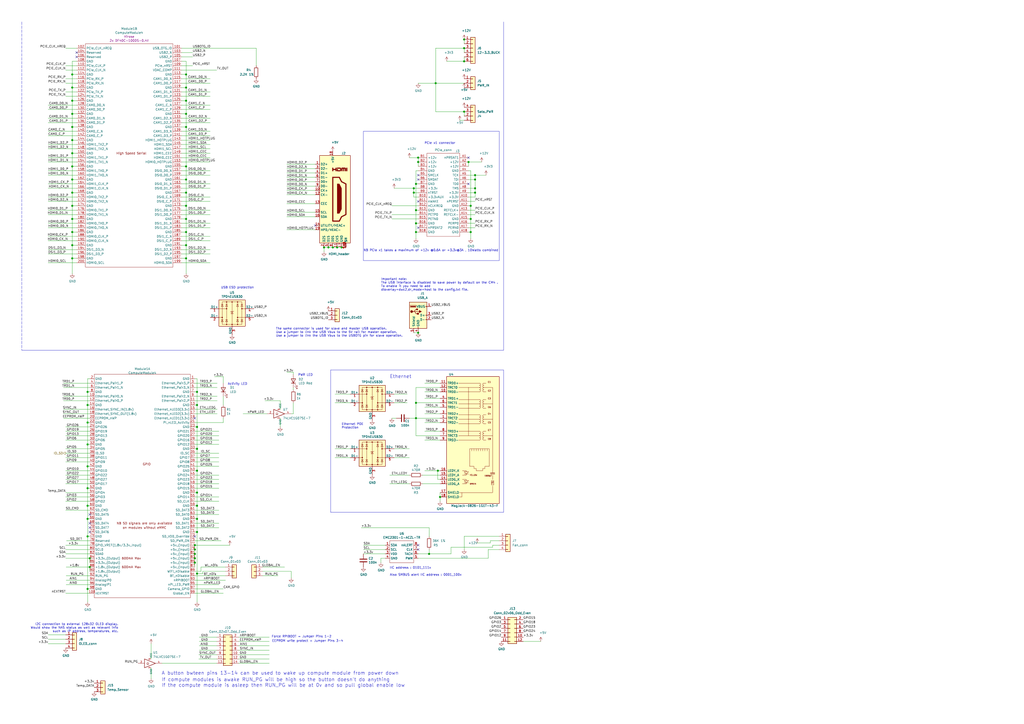
<source format=kicad_sch>
(kicad_sch (version 20201015) (generator eeschema)
  (page 1 1)
  (paper "A2")
  (junction (at 41.91 43.18) (diameter 1.016))
  (junction (at 41.91 50.8) (diameter 1.016))
  (junction (at 41.91 58.42) (diameter 1.016))
  (junction (at 41.91 66.04) (diameter 1.016))
  (junction (at 41.91 73.66) (diameter 1.016))
  (junction (at 41.91 81.28) (diameter 1.016))
  (junction (at 41.91 88.9) (diameter 1.016))
  (junction (at 41.91 96.52) (diameter 1.016))
  (junction (at 41.91 104.14) (diameter 1.016))
  (junction (at 41.91 111.76) (diameter 1.016))
  (junction (at 41.91 119.38) (diameter 1.016))
  (junction (at 41.91 127) (diameter 1.016))
  (junction (at 41.91 134.62) (diameter 1.016))
  (junction (at 41.91 142.24) (diameter 1.016))
  (junction (at 41.91 149.86) (diameter 1.016))
  (junction (at 50.8 227.33) (diameter 1.016))
  (junction (at 50.8 234.95) (diameter 1.016))
  (junction (at 50.8 245.11) (diameter 1.016))
  (junction (at 50.8 257.81) (diameter 1.016))
  (junction (at 50.8 270.51) (diameter 1.016))
  (junction (at 50.8 283.21) (diameter 1.016))
  (junction (at 50.8 293.37) (diameter 1.016))
  (junction (at 50.8 300.99) (diameter 1.016))
  (junction (at 50.8 311.15) (diameter 1.016))
  (junction (at 50.8 341.63) (diameter 1.016))
  (junction (at 52.07 323.85) (diameter 1.016))
  (junction (at 52.07 328.93) (diameter 1.016))
  (junction (at 107.95 43.18) (diameter 1.016))
  (junction (at 107.95 50.8) (diameter 1.016))
  (junction (at 107.95 58.42) (diameter 1.016))
  (junction (at 107.95 66.04) (diameter 1.016))
  (junction (at 107.95 73.66) (diameter 1.016))
  (junction (at 107.95 96.52) (diameter 1.016))
  (junction (at 107.95 104.14) (diameter 1.016))
  (junction (at 107.95 111.76) (diameter 1.016))
  (junction (at 107.95 119.38) (diameter 1.016))
  (junction (at 107.95 127) (diameter 1.016))
  (junction (at 107.95 134.62) (diameter 1.016))
  (junction (at 107.95 142.24) (diameter 1.016))
  (junction (at 107.95 149.86) (diameter 1.016))
  (junction (at 113.03 316.23) (diameter 1.016))
  (junction (at 113.03 318.77) (diameter 1.016))
  (junction (at 113.03 321.31) (diameter 1.016))
  (junction (at 113.03 323.85) (diameter 1.016))
  (junction (at 113.03 326.39) (diameter 1.016))
  (junction (at 114.3 227.33) (diameter 1.016))
  (junction (at 114.3 234.95) (diameter 1.016))
  (junction (at 114.3 247.65) (diameter 1.016))
  (junction (at 114.3 260.35) (diameter 1.016))
  (junction (at 114.3 273.05) (diameter 1.016))
  (junction (at 114.3 285.75) (diameter 1.016))
  (junction (at 114.3 293.37) (diameter 1.016))
  (junction (at 114.3 300.99) (diameter 1.016))
  (junction (at 114.3 308.61) (diameter 1.016))
  (junction (at 114.3 332.74) (diameter 1.016))
  (junction (at 187.96 143.51) (diameter 1.016))
  (junction (at 190.5 143.51) (diameter 1.016))
  (junction (at 193.04 143.51) (diameter 1.016))
  (junction (at 195.58 143.51) (diameter 1.016))
  (junction (at 198.12 143.51) (diameter 1.016))
  (junction (at 240.03 109.22) (diameter 1.016))
  (junction (at 240.03 111.76) (diameter 1.016))
  (junction (at 241.3 106.68) (diameter 1.016))
  (junction (at 241.3 121.92) (diameter 1.016))
  (junction (at 241.3 129.54) (diameter 1.016))
  (junction (at 241.3 134.62) (diameter 1.016))
  (junction (at 241.3 233.68) (diameter 1.016))
  (junction (at 241.3 242.57) (diameter 1.016))
  (junction (at 242.57 91.44) (diameter 1.016))
  (junction (at 242.57 93.98) (diameter 1.016))
  (junction (at 242.57 193.04) (diameter 1.016))
  (junction (at 248.92 321.31) (diameter 1.016))
  (junction (at 252.73 48.26) (diameter 1.016))
  (junction (at 254 273.05) (diameter 1.016))
  (junction (at 255.27 288.29) (diameter 1.016))
  (junction (at 269.24 22.86) (diameter 1.016))
  (junction (at 269.24 27.94) (diameter 1.016))
  (junction (at 269.24 35.56) (diameter 1.016))
  (junction (at 269.24 64.77) (diameter 1.016))
  (junction (at 271.78 93.98) (diameter 1.016))
  (junction (at 273.05 119.38) (diameter 1.016))
  (junction (at 273.05 127) (diameter 1.016))
  (junction (at 273.05 134.62) (diameter 1.016))
  (junction (at 275.59 101.6) (diameter 1.016))
  (junction (at 275.59 104.14) (diameter 1.016))
  (junction (at 275.59 109.22) (diameter 1.016))
  (junction (at 275.59 111.76) (diameter 1.016))
  (no_connect (at 52.07 306.07))
  (no_connect (at 242.57 132.08))
  (no_connect (at 113.03 311.15))
  (no_connect (at 242.57 104.14))
  (no_connect (at 271.78 106.68))
  (no_connect (at 52.07 298.45))
  (no_connect (at 242.57 318.77))
  (no_connect (at 271.78 91.44))
  (no_connect (at 113.03 242.57))
  (no_connect (at 44.45 33.02))
  (no_connect (at 242.57 116.84))
  (no_connect (at 52.07 303.53))
  (no_connect (at 242.57 316.23))
  (no_connect (at 52.07 308.61))
  (no_connect (at 242.57 101.6))
  (no_connect (at 182.88 130.81))
  (no_connect (at 44.45 30.48))
  (wire (pts (xy 27.94 76.2) (xy 44.45 76.2)))
  (wire (pts (xy 27.94 78.74) (xy 44.45 78.74)))
  (wire (pts (xy 27.94 83.82) (xy 44.45 83.82)))
  (wire (pts (xy 27.94 86.36) (xy 44.45 86.36)))
  (wire (pts (xy 27.94 91.44) (xy 44.45 91.44)))
  (wire (pts (xy 27.94 93.98) (xy 44.45 93.98)))
  (wire (pts (xy 27.94 99.06) (xy 44.45 99.06)))
  (wire (pts (xy 27.94 101.6) (xy 44.45 101.6)))
  (wire (pts (xy 27.94 114.3) (xy 44.45 114.3)))
  (wire (pts (xy 27.94 116.84) (xy 44.45 116.84)))
  (wire (pts (xy 27.94 129.54) (xy 44.45 129.54)))
  (wire (pts (xy 27.94 132.08) (xy 44.45 132.08)))
  (wire (pts (xy 27.94 144.78) (xy 44.45 144.78)))
  (wire (pts (xy 27.94 147.32) (xy 44.45 147.32)))
  (wire (pts (xy 27.94 152.4) (xy 44.45 152.4)))
  (wire (pts (xy 27.94 368.3) (xy 38.1 368.3)))
  (wire (pts (xy 27.94 370.84) (xy 38.1 370.84)))
  (wire (pts (xy 27.94 373.38) (xy 38.1 373.38)))
  (wire (pts (xy 36.83 222.25) (xy 52.07 222.25)))
  (wire (pts (xy 36.83 224.79) (xy 52.07 224.79)))
  (wire (pts (xy 36.83 229.87) (xy 52.07 229.87)))
  (wire (pts (xy 36.83 232.41) (xy 52.07 232.41)))
  (wire (pts (xy 36.83 237.49) (xy 52.07 237.49)))
  (wire (pts (xy 36.83 240.03) (xy 52.07 240.03)))
  (wire (pts (xy 36.83 242.57) (xy 52.07 242.57)))
  (wire (pts (xy 38.1 27.94) (xy 44.45 27.94)))
  (wire (pts (xy 38.1 38.1) (xy 44.45 38.1)))
  (wire (pts (xy 38.1 40.64) (xy 44.45 40.64)))
  (wire (pts (xy 38.1 53.34) (xy 44.45 53.34)))
  (wire (pts (xy 38.1 55.88) (xy 44.45 55.88)))
  (wire (pts (xy 38.1 247.65) (xy 52.07 247.65)))
  (wire (pts (xy 38.1 250.19) (xy 52.07 250.19)))
  (wire (pts (xy 38.1 252.73) (xy 52.07 252.73)))
  (wire (pts (xy 38.1 255.27) (xy 52.07 255.27)))
  (wire (pts (xy 38.1 260.35) (xy 52.07 260.35)))
  (wire (pts (xy 38.1 262.89) (xy 52.07 262.89)))
  (wire (pts (xy 38.1 265.43) (xy 52.07 265.43)))
  (wire (pts (xy 38.1 267.97) (xy 52.07 267.97)))
  (wire (pts (xy 38.1 273.05) (xy 52.07 273.05)))
  (wire (pts (xy 38.1 275.59) (xy 52.07 275.59)))
  (wire (pts (xy 38.1 278.13) (xy 52.07 278.13)))
  (wire (pts (xy 38.1 280.67) (xy 52.07 280.67)))
  (wire (pts (xy 38.1 285.75) (xy 52.07 285.75)))
  (wire (pts (xy 38.1 288.29) (xy 52.07 288.29)))
  (wire (pts (xy 38.1 290.83) (xy 52.07 290.83)))
  (wire (pts (xy 38.1 295.91) (xy 52.07 295.91)))
  (wire (pts (xy 38.1 316.23) (xy 52.07 316.23)))
  (wire (pts (xy 38.1 318.77) (xy 52.07 318.77)))
  (wire (pts (xy 38.1 321.31) (xy 52.07 321.31)))
  (wire (pts (xy 38.1 323.85) (xy 52.07 323.85)))
  (wire (pts (xy 38.1 344.17) (xy 52.07 344.17)))
  (wire (pts (xy 38.354 328.93) (xy 52.07 328.93)))
  (wire (pts (xy 38.354 334.01) (xy 52.07 334.01)))
  (wire (pts (xy 38.354 336.55) (xy 52.07 336.55)))
  (wire (pts (xy 38.354 339.09) (xy 52.07 339.09)))
  (wire (pts (xy 38.5572 313.69) (xy 52.07 313.69)))
  (wire (pts (xy 41.91 35.56) (xy 41.91 43.18)))
  (wire (pts (xy 41.91 43.18) (xy 41.91 50.8)))
  (wire (pts (xy 41.91 43.18) (xy 44.45 43.18)))
  (wire (pts (xy 41.91 50.8) (xy 41.91 58.42)))
  (wire (pts (xy 41.91 50.8) (xy 44.45 50.8)))
  (wire (pts (xy 41.91 58.42) (xy 41.91 66.04)))
  (wire (pts (xy 41.91 58.42) (xy 44.45 58.42)))
  (wire (pts (xy 41.91 66.04) (xy 41.91 73.66)))
  (wire (pts (xy 41.91 66.04) (xy 44.45 66.04)))
  (wire (pts (xy 41.91 73.66) (xy 41.91 81.28)))
  (wire (pts (xy 41.91 73.66) (xy 44.45 73.66)))
  (wire (pts (xy 41.91 81.28) (xy 41.91 88.9)))
  (wire (pts (xy 41.91 81.28) (xy 44.45 81.28)))
  (wire (pts (xy 41.91 88.9) (xy 41.91 96.52)))
  (wire (pts (xy 41.91 88.9) (xy 44.45 88.9)))
  (wire (pts (xy 41.91 96.52) (xy 41.91 104.14)))
  (wire (pts (xy 41.91 96.52) (xy 44.45 96.52)))
  (wire (pts (xy 41.91 104.14) (xy 41.91 111.76)))
  (wire (pts (xy 41.91 104.14) (xy 44.45 104.14)))
  (wire (pts (xy 41.91 111.76) (xy 41.91 119.38)))
  (wire (pts (xy 41.91 111.76) (xy 44.45 111.76)))
  (wire (pts (xy 41.91 119.38) (xy 41.91 127)))
  (wire (pts (xy 41.91 119.38) (xy 44.45 119.38)))
  (wire (pts (xy 41.91 127) (xy 41.91 134.62)))
  (wire (pts (xy 41.91 127) (xy 44.45 127)))
  (wire (pts (xy 41.91 134.62) (xy 41.91 142.24)))
  (wire (pts (xy 41.91 134.62) (xy 44.45 134.62)))
  (wire (pts (xy 41.91 142.24) (xy 41.91 149.86)))
  (wire (pts (xy 41.91 149.86) (xy 41.91 158.75)))
  (wire (pts (xy 44.45 35.56) (xy 41.91 35.56)))
  (wire (pts (xy 44.45 45.72) (xy 38.1 45.72)))
  (wire (pts (xy 44.45 48.26) (xy 38.1 48.26)))
  (wire (pts (xy 44.45 60.96) (xy 27.94 60.96)))
  (wire (pts (xy 44.45 63.5) (xy 27.94 63.5)))
  (wire (pts (xy 44.45 68.58) (xy 27.94 68.58)))
  (wire (pts (xy 44.45 71.12) (xy 27.94 71.12)))
  (wire (pts (xy 44.45 106.68) (xy 27.94 106.68)))
  (wire (pts (xy 44.45 109.22) (xy 27.94 109.22)))
  (wire (pts (xy 44.45 121.92) (xy 27.94 121.92)))
  (wire (pts (xy 44.45 124.46) (xy 27.94 124.46)))
  (wire (pts (xy 44.45 137.16) (xy 27.94 137.16)))
  (wire (pts (xy 44.45 139.7) (xy 27.94 139.7)))
  (wire (pts (xy 44.45 142.24) (xy 41.91 142.24)))
  (wire (pts (xy 44.45 149.86) (xy 41.91 149.86)))
  (wire (pts (xy 50.8 219.71) (xy 50.8 227.33)))
  (wire (pts (xy 50.8 227.33) (xy 50.8 234.95)))
  (wire (pts (xy 50.8 234.95) (xy 50.8 245.11)))
  (wire (pts (xy 50.8 245.11) (xy 50.8 257.81)))
  (wire (pts (xy 50.8 245.11) (xy 52.07 245.11)))
  (wire (pts (xy 50.8 257.81) (xy 50.8 270.51)))
  (wire (pts (xy 50.8 257.81) (xy 52.07 257.81)))
  (wire (pts (xy 50.8 270.51) (xy 50.8 283.21)))
  (wire (pts (xy 50.8 270.51) (xy 52.07 270.51)))
  (wire (pts (xy 50.8 283.21) (xy 50.8 293.37)))
  (wire (pts (xy 50.8 283.21) (xy 52.07 283.21)))
  (wire (pts (xy 50.8 293.37) (xy 50.8 300.99)))
  (wire (pts (xy 50.8 293.37) (xy 52.07 293.37)))
  (wire (pts (xy 50.8 300.99) (xy 50.8 311.15)))
  (wire (pts (xy 50.8 300.99) (xy 52.07 300.99)))
  (wire (pts (xy 50.8 311.15) (xy 50.8 341.63)))
  (wire (pts (xy 50.8 311.15) (xy 52.07 311.15)))
  (wire (pts (xy 50.8 341.63) (xy 50.8 349.25)))
  (wire (pts (xy 52.07 219.71) (xy 50.8 219.71)))
  (wire (pts (xy 52.07 227.33) (xy 50.8 227.33)))
  (wire (pts (xy 52.07 234.95) (xy 50.8 234.95)))
  (wire (pts (xy 52.07 326.39) (xy 52.07 323.85)))
  (wire (pts (xy 52.07 328.93) (xy 52.324 328.93)))
  (wire (pts (xy 52.07 331.47) (xy 52.07 328.93)))
  (wire (pts (xy 52.07 341.63) (xy 50.8 341.63)))
  (wire (pts (xy 87.63 373.38) (xy 87.63 382.27)))
  (wire (pts (xy 87.63 387.35) (xy 87.63 393.7)))
  (wire (pts (xy 93.98 384.81) (xy 125.73 384.81)))
  (wire (pts (xy 105.41 27.94) (xy 148.59 27.94)))
  (wire (pts (xy 105.41 30.48) (xy 111.76 30.48)))
  (wire (pts (xy 105.41 33.02) (xy 111.76 33.02)))
  (wire (pts (xy 105.41 38.1) (xy 111.76 38.1)))
  (wire (pts (xy 105.41 40.64) (xy 125.73 40.64)))
  (wire (pts (xy 105.41 43.18) (xy 107.95 43.18)))
  (wire (pts (xy 105.41 50.8) (xy 107.95 50.8)))
  (wire (pts (xy 105.41 58.42) (xy 107.95 58.42)))
  (wire (pts (xy 105.41 60.96) (xy 121.92 60.96)))
  (wire (pts (xy 105.41 63.5) (xy 121.92 63.5)))
  (wire (pts (xy 105.41 66.04) (xy 107.95 66.04)))
  (wire (pts (xy 105.41 68.58) (xy 121.92 68.58)))
  (wire (pts (xy 105.41 71.12) (xy 121.92 71.12)))
  (wire (pts (xy 105.41 73.66) (xy 107.95 73.66)))
  (wire (pts (xy 105.41 81.28) (xy 121.92 81.28)))
  (wire (pts (xy 105.41 83.82) (xy 121.92 83.82)))
  (wire (pts (xy 105.41 86.36) (xy 121.92 86.36)))
  (wire (pts (xy 105.41 88.9) (xy 121.92 88.9)))
  (wire (pts (xy 105.41 91.44) (xy 121.92 91.44)))
  (wire (pts (xy 105.41 93.98) (xy 121.92 93.98)))
  (wire (pts (xy 105.41 96.52) (xy 107.95 96.52)))
  (wire (pts (xy 105.41 104.14) (xy 107.95 104.14)))
  (wire (pts (xy 105.41 106.68) (xy 121.92 106.68)))
  (wire (pts (xy 105.41 109.22) (xy 121.92 109.22)))
  (wire (pts (xy 105.41 111.76) (xy 107.95 111.76)))
  (wire (pts (xy 105.41 114.3) (xy 121.92 114.3)))
  (wire (pts (xy 105.41 116.84) (xy 121.92 116.84)))
  (wire (pts (xy 105.41 119.38) (xy 107.95 119.38)))
  (wire (pts (xy 105.41 127) (xy 107.95 127)))
  (wire (pts (xy 105.41 134.62) (xy 107.95 134.62)))
  (wire (pts (xy 105.41 137.16) (xy 121.92 137.16)))
  (wire (pts (xy 105.41 139.7) (xy 121.92 139.7)))
  (wire (pts (xy 105.41 142.24) (xy 107.95 142.24)))
  (wire (pts (xy 105.41 144.78) (xy 121.92 144.78)))
  (wire (pts (xy 105.41 147.32) (xy 121.92 147.32)))
  (wire (pts (xy 105.41 149.86) (xy 107.95 149.86)))
  (wire (pts (xy 105.41 152.4) (xy 121.92 152.4)))
  (wire (pts (xy 107.95 35.56) (xy 105.41 35.56)))
  (wire (pts (xy 107.95 43.18) (xy 107.95 35.56)))
  (wire (pts (xy 107.95 50.8) (xy 107.95 43.18)))
  (wire (pts (xy 107.95 58.42) (xy 107.95 50.8)))
  (wire (pts (xy 107.95 66.04) (xy 107.95 58.42)))
  (wire (pts (xy 107.95 73.66) (xy 107.95 66.04)))
  (wire (pts (xy 107.95 73.66) (xy 107.95 96.52)))
  (wire (pts (xy 107.95 96.52) (xy 107.95 104.14)))
  (wire (pts (xy 107.95 104.14) (xy 107.95 111.76)))
  (wire (pts (xy 107.95 111.76) (xy 107.95 119.38)))
  (wire (pts (xy 107.95 119.38) (xy 107.95 127)))
  (wire (pts (xy 107.95 127) (xy 107.95 134.62)))
  (wire (pts (xy 107.95 134.62) (xy 107.95 142.24)))
  (wire (pts (xy 107.95 142.24) (xy 107.95 149.86)))
  (wire (pts (xy 107.95 149.86) (xy 107.95 158.75)))
  (wire (pts (xy 113.03 219.71) (xy 114.3 219.71)))
  (wire (pts (xy 113.03 222.25) (xy 125.984 222.25)))
  (wire (pts (xy 113.03 224.79) (xy 125.984 224.79)))
  (wire (pts (xy 113.03 227.33) (xy 114.3 227.33)))
  (wire (pts (xy 113.03 229.87) (xy 125.984 229.87)))
  (wire (pts (xy 113.03 232.41) (xy 125.984 232.41)))
  (wire (pts (xy 113.03 234.95) (xy 114.3 234.95)))
  (wire (pts (xy 113.03 237.49) (xy 125.984 237.49)))
  (wire (pts (xy 113.03 240.03) (xy 125.984 240.03)))
  (wire (pts (xy 113.03 245.11) (xy 129.54 245.11)))
  (wire (pts (xy 113.03 247.65) (xy 114.3 247.65)))
  (wire (pts (xy 113.03 250.19) (xy 127 250.19)))
  (wire (pts (xy 113.03 252.73) (xy 127 252.73)))
  (wire (pts (xy 113.03 255.27) (xy 127 255.27)))
  (wire (pts (xy 113.03 257.81) (xy 127 257.81)))
  (wire (pts (xy 113.03 260.35) (xy 114.3 260.35)))
  (wire (pts (xy 113.03 262.89) (xy 127 262.89)))
  (wire (pts (xy 113.03 265.43) (xy 127 265.43)))
  (wire (pts (xy 113.03 267.97) (xy 127 267.97)))
  (wire (pts (xy 113.03 270.51) (xy 127 270.51)))
  (wire (pts (xy 113.03 273.05) (xy 114.3 273.05)))
  (wire (pts (xy 113.03 275.59) (xy 127 275.59)))
  (wire (pts (xy 113.03 278.13) (xy 127 278.13)))
  (wire (pts (xy 113.03 280.67) (xy 127 280.67)))
  (wire (pts (xy 113.03 283.21) (xy 127 283.21)))
  (wire (pts (xy 113.03 285.75) (xy 114.3 285.75)))
  (wire (pts (xy 113.03 288.29) (xy 127 288.29)))
  (wire (pts (xy 113.03 293.37) (xy 114.3 293.37)))
  (wire (pts (xy 113.03 298.45) (xy 127 298.45)))
  (wire (pts (xy 113.03 300.99) (xy 114.3 300.99)))
  (wire (pts (xy 113.03 306.07) (xy 127 306.07)))
  (wire (pts (xy 113.03 308.61) (xy 114.3 308.61)))
  (wire (pts (xy 113.03 313.69) (xy 128.27 313.69)))
  (wire (pts (xy 113.03 316.23) (xy 113.03 318.77)))
  (wire (pts (xy 113.03 316.23) (xy 133.35 316.23)))
  (wire (pts (xy 113.03 318.77) (xy 113.03 321.31)))
  (wire (pts (xy 113.03 321.31) (xy 113.03 323.85)))
  (wire (pts (xy 113.03 323.85) (xy 113.03 326.39)))
  (wire (pts (xy 113.03 326.39) (xy 113.03 328.93)))
  (wire (pts (xy 113.03 331.47) (xy 116.586 331.47)))
  (wire (pts (xy 113.03 334.01) (xy 130.81 334.01)))
  (wire (pts (xy 113.03 336.55) (xy 130.81 336.55)))
  (wire (pts (xy 113.03 339.09) (xy 127 339.09)))
  (wire (pts (xy 113.03 341.63) (xy 129.54 341.63)))
  (wire (pts (xy 113.03 344.17) (xy 129.54 344.17)))
  (wire (pts (xy 114.3 219.71) (xy 114.3 227.33)))
  (wire (pts (xy 114.3 227.33) (xy 114.3 234.95)))
  (wire (pts (xy 114.3 234.95) (xy 114.3 247.65)))
  (wire (pts (xy 114.3 247.65) (xy 114.3 260.35)))
  (wire (pts (xy 114.3 260.35) (xy 114.3 273.05)))
  (wire (pts (xy 114.3 273.05) (xy 114.3 285.75)))
  (wire (pts (xy 114.3 285.75) (xy 114.3 293.37)))
  (wire (pts (xy 114.3 293.37) (xy 114.3 300.99)))
  (wire (pts (xy 114.3 300.99) (xy 114.3 308.61)))
  (wire (pts (xy 114.3 308.61) (xy 114.3 332.74)))
  (wire (pts (xy 114.3 332.74) (xy 114.3 349.25)))
  (wire (pts (xy 114.3 332.74) (xy 117.6782 332.74)))
  (wire (pts (xy 115.316 379.73) (xy 125.73 379.73)))
  (wire (pts (xy 115.316 382.27) (xy 125.73 382.27)))
  (wire (pts (xy 115.57 369.57) (xy 125.73 369.57)))
  (wire (pts (xy 115.57 372.11) (xy 125.73 372.11)))
  (wire (pts (xy 115.57 374.65) (xy 125.73 374.65)))
  (wire (pts (xy 115.57 377.19) (xy 125.73 377.19)))
  (wire (pts (xy 116.586 328.93) (xy 130.81 328.93)))
  (wire (pts (xy 116.586 331.47) (xy 116.586 328.93)))
  (wire (pts (xy 117.6782 331.47) (xy 130.81 331.47)))
  (wire (pts (xy 117.6782 332.74) (xy 117.6782 331.47)))
  (wire (pts (xy 121.92 45.72) (xy 105.41 45.72)))
  (wire (pts (xy 121.92 48.26) (xy 105.41 48.26)))
  (wire (pts (xy 121.92 53.34) (xy 105.41 53.34)))
  (wire (pts (xy 121.92 55.88) (xy 105.41 55.88)))
  (wire (pts (xy 121.92 76.2) (xy 105.41 76.2)))
  (wire (pts (xy 121.92 78.74) (xy 105.41 78.74)))
  (wire (pts (xy 121.92 99.06) (xy 105.41 99.06)))
  (wire (pts (xy 121.92 101.6) (xy 105.41 101.6)))
  (wire (pts (xy 121.92 121.92) (xy 105.41 121.92)))
  (wire (pts (xy 121.92 124.46) (xy 105.41 124.46)))
  (wire (pts (xy 121.92 129.54) (xy 105.41 129.54)))
  (wire (pts (xy 121.92 132.08) (xy 105.41 132.08)))
  (wire (pts (xy 124.46 218.44) (xy 129.54 218.44)))
  (wire (pts (xy 127 290.83) (xy 113.03 290.83)))
  (wire (pts (xy 127 295.91) (xy 113.03 295.91)))
  (wire (pts (xy 127 303.53) (xy 113.03 303.53)))
  (wire (pts (xy 129.54 222.25) (xy 129.54 218.44)))
  (wire (pts (xy 129.54 229.87) (xy 129.54 234.95)))
  (wire (pts (xy 129.54 245.11) (xy 129.54 242.57)))
  (wire (pts (xy 138.43 369.57) (xy 156.21 369.57)))
  (wire (pts (xy 138.43 372.11) (xy 156.21 372.11)))
  (wire (pts (xy 138.43 374.65) (xy 156.21 374.65)))
  (wire (pts (xy 138.43 377.19) (xy 156.21 377.19)))
  (wire (pts (xy 138.43 379.73) (xy 156.21 379.73)))
  (wire (pts (xy 138.43 382.27) (xy 156.21 382.27)))
  (wire (pts (xy 138.43 384.81) (xy 156.21 384.81)))
  (wire (pts (xy 140.97 240.03) (xy 154.94 240.03)))
  (wire (pts (xy 148.59 27.94) (xy 148.59 38.1)))
  (wire (pts (xy 152.4 328.93) (xy 165.1 328.93)))
  (wire (pts (xy 152.4 331.47) (xy 168.91 331.47)))
  (wire (pts (xy 152.4 334.01) (xy 161.29 334.01)))
  (wire (pts (xy 162.56 232.41) (xy 153.67 232.41)))
  (wire (pts (xy 162.56 237.49) (xy 162.56 232.41)))
  (wire (pts (xy 162.56 242.57) (xy 162.56 247.65)))
  (wire (pts (xy 166.37 95.25) (xy 182.88 95.25)))
  (wire (pts (xy 166.37 97.79) (xy 182.88 97.79)))
  (wire (pts (xy 166.37 100.33) (xy 182.88 100.33)))
  (wire (pts (xy 166.37 102.87) (xy 182.88 102.87)))
  (wire (pts (xy 166.37 105.41) (xy 182.88 105.41)))
  (wire (pts (xy 166.37 107.95) (xy 182.88 107.95)))
  (wire (pts (xy 166.37 110.49) (xy 182.88 110.49)))
  (wire (pts (xy 166.37 113.03) (xy 182.88 113.03)))
  (wire (pts (xy 166.37 118.11) (xy 182.88 118.11)))
  (wire (pts (xy 166.37 123.19) (xy 182.88 123.19)))
  (wire (pts (xy 166.37 125.73) (xy 182.88 125.73)))
  (wire (pts (xy 166.37 133.35) (xy 182.88 133.35)))
  (wire (pts (xy 168.91 331.47) (xy 168.91 335.28)))
  (wire (pts (xy 170.18 215.9) (xy 166.37 215.9)))
  (wire (pts (xy 170.18 217.17) (xy 170.18 215.9)))
  (wire (pts (xy 170.18 224.79) (xy 170.18 226.06)))
  (wire (pts (xy 170.18 233.68) (xy 170.18 240.03)))
  (wire (pts (xy 170.18 240.03) (xy 168.91 240.03)))
  (wire (pts (xy 187.96 143.51) (xy 187.96 146.05)))
  (wire (pts (xy 187.96 143.51) (xy 190.5 143.51)))
  (wire (pts (xy 190.5 143.51) (xy 193.04 143.51)))
  (wire (pts (xy 193.04 143.51) (xy 195.58 143.51)))
  (wire (pts (xy 194.31 228.6) (xy 203.2 228.6)))
  (wire (pts (xy 194.31 233.68) (xy 203.2 233.68)))
  (wire (pts (xy 194.31 260.35) (xy 203.2 260.35)))
  (wire (pts (xy 195.58 143.51) (xy 198.12 143.51)))
  (wire (pts (xy 198.12 143.51) (xy 200.66 143.51)))
  (wire (pts (xy 203.2 265.43) (xy 194.31 265.43)))
  (wire (pts (xy 209.55 306.07) (xy 248.92 306.07)))
  (wire (pts (xy 210.82 316.23) (xy 223.52 316.23)))
  (wire (pts (xy 210.82 318.77) (xy 223.52 318.77)))
  (wire (pts (xy 220.98 323.85) (xy 220.98 326.39)))
  (wire (pts (xy 223.52 321.31) (xy 210.82 321.31)))
  (wire (pts (xy 223.52 323.85) (xy 220.98 323.85)))
  (wire (pts (xy 226.06 275.59) (xy 237.49 275.59)))
  (wire (pts (xy 226.06 280.67) (xy 237.49 280.67)))
  (wire (pts (xy 227.33 242.57) (xy 229.87 242.57)))
  (wire (pts (xy 228.6 109.22) (xy 240.03 109.22)))
  (wire (pts (xy 228.6 228.6) (xy 236.22 228.6)))
  (wire (pts (xy 228.6 233.68) (xy 236.22 233.68)))
  (wire (pts (xy 228.6 260.35) (xy 237.49 260.35)))
  (wire (pts (xy 228.6 265.43) (xy 237.49 265.43)))
  (wire (pts (xy 237.49 91.44) (xy 242.57 91.44)))
  (wire (pts (xy 237.49 242.57) (xy 241.3 242.57)))
  (wire (pts (xy 240.03 109.22) (xy 240.03 111.76)))
  (wire (pts (xy 240.03 109.22) (xy 242.57 109.22)))
  (wire (pts (xy 240.03 111.76) (xy 240.03 114.3)))
  (wire (pts (xy 240.03 111.76) (xy 242.57 111.76)))
  (wire (pts (xy 240.03 114.3) (xy 242.57 114.3)))
  (wire (pts (xy 240.03 193.04) (xy 242.57 193.04)))
  (wire (pts (xy 241.3 99.06) (xy 241.3 106.68)))
  (wire (pts (xy 241.3 106.68) (xy 241.3 121.92)))
  (wire (pts (xy 241.3 121.92) (xy 241.3 129.54)))
  (wire (pts (xy 241.3 129.54) (xy 241.3 134.62)))
  (wire (pts (xy 241.3 134.62) (xy 241.3 138.43)))
  (wire (pts (xy 241.3 134.62) (xy 242.57 134.62)))
  (wire (pts (xy 241.3 224.79) (xy 241.3 233.68)))
  (wire (pts (xy 241.3 233.68) (xy 241.3 242.57)))
  (wire (pts (xy 241.3 233.68) (xy 255.27 233.68)))
  (wire (pts (xy 241.3 242.57) (xy 241.3 252.73)))
  (wire (pts (xy 241.3 242.57) (xy 255.27 242.57)))
  (wire (pts (xy 242.57 48.26) (xy 252.73 48.26)))
  (wire (pts (xy 242.57 93.98) (xy 242.57 91.44)))
  (wire (pts (xy 242.57 96.52) (xy 242.57 93.98)))
  (wire (pts (xy 242.57 99.06) (xy 241.3 99.06)))
  (wire (pts (xy 242.57 106.68) (xy 241.3 106.68)))
  (wire (pts (xy 242.57 119.38) (xy 227.33 119.38)))
  (wire (pts (xy 242.57 121.92) (xy 241.3 121.92)))
  (wire (pts (xy 242.57 124.46) (xy 227.33 124.46)))
  (wire (pts (xy 242.57 127) (xy 227.33 127)))
  (wire (pts (xy 242.57 129.54) (xy 241.3 129.54)))
  (wire (pts (xy 242.57 321.31) (xy 248.92 321.31)))
  (wire (pts (xy 242.57 323.85) (xy 283.21 323.85)))
  (wire (pts (xy 245.11 275.59) (xy 255.27 275.59)))
  (wire (pts (xy 245.11 280.67) (xy 255.27 280.67)))
  (wire (pts (xy 246.38 222.25) (xy 255.27 222.25)))
  (wire (pts (xy 246.38 227.33) (xy 255.27 227.33)))
  (wire (pts (xy 246.38 231.14) (xy 255.27 231.14)))
  (wire (pts (xy 246.38 236.22) (xy 255.27 236.22)))
  (wire (pts (xy 246.38 240.03) (xy 255.27 240.03)))
  (wire (pts (xy 246.38 245.11) (xy 255.27 245.11)))
  (wire (pts (xy 246.38 250.19) (xy 255.27 250.19)))
  (wire (pts (xy 246.38 255.27) (xy 255.27 255.27)))
  (wire (pts (xy 246.38 273.05) (xy 254 273.05)))
  (wire (pts (xy 248.92 306.07) (xy 248.92 311.15)))
  (wire (pts (xy 248.92 321.31) (xy 248.92 318.77)))
  (wire (pts (xy 248.92 321.31) (xy 261.62 321.31)))
  (wire (pts (xy 252.73 27.94) (xy 252.73 48.26)))
  (wire (pts (xy 252.73 27.94) (xy 269.24 27.94)))
  (wire (pts (xy 252.73 48.26) (xy 252.73 64.77)))
  (wire (pts (xy 252.73 48.26) (xy 269.24 48.26)))
  (wire (pts (xy 252.73 64.77) (xy 269.24 64.77)))
  (wire (pts (xy 254 273.05) (xy 255.27 273.05)))
  (wire (pts (xy 254 278.13) (xy 254 273.05)))
  (wire (pts (xy 255.27 224.79) (xy 241.3 224.79)))
  (wire (pts (xy 255.27 252.73) (xy 241.3 252.73)))
  (wire (pts (xy 255.27 278.13) (xy 254 278.13)))
  (wire (pts (xy 255.27 285.75) (xy 255.27 288.29)))
  (wire (pts (xy 255.27 288.29) (xy 255.27 290.83)))
  (wire (pts (xy 259.08 35.56) (xy 269.24 35.56)))
  (wire (pts (xy 261.62 317.5) (xy 285.75 317.5)))
  (wire (pts (xy 261.62 321.31) (xy 261.62 317.5)))
  (wire (pts (xy 266.7 69.85) (xy 269.24 69.85)))
  (wire (pts (xy 269.24 22.86) (xy 269.24 25.4)))
  (wire (pts (xy 269.24 27.94) (xy 269.24 30.48)))
  (wire (pts (xy 269.24 33.02) (xy 269.24 35.56)))
  (wire (pts (xy 269.24 64.77) (xy 269.24 67.31)))
  (wire (pts (xy 269.24 311.15) (xy 269.24 318.77)))
  (wire (pts (xy 271.78 93.98) (xy 279.4 93.98)))
  (wire (pts (xy 271.78 96.52) (xy 271.78 93.98)))
  (wire (pts (xy 271.78 99.06) (xy 273.05 99.06)))
  (wire (pts (xy 271.78 101.6) (xy 275.59 101.6)))
  (wire (pts (xy 271.78 104.14) (xy 275.59 104.14)))
  (wire (pts (xy 271.78 109.22) (xy 275.59 109.22)))
  (wire (pts (xy 271.78 111.76) (xy 275.59 111.76)))
  (wire (pts (xy 271.78 114.3) (xy 275.59 114.3)))
  (wire (pts (xy 271.78 116.84) (xy 275.59 116.84)))
  (wire (pts (xy 271.78 119.38) (xy 273.05 119.38)))
  (wire (pts (xy 271.78 121.92) (xy 275.59 121.92)))
  (wire (pts (xy 271.78 124.46) (xy 275.59 124.46)))
  (wire (pts (xy 271.78 127) (xy 273.05 127)))
  (wire (pts (xy 271.78 129.54) (xy 275.59 129.54)))
  (wire (pts (xy 271.78 132.08) (xy 275.59 132.08)))
  (wire (pts (xy 273.05 99.06) (xy 273.05 119.38)))
  (wire (pts (xy 273.05 119.38) (xy 273.05 127)))
  (wire (pts (xy 273.05 127) (xy 273.05 134.62)))
  (wire (pts (xy 273.05 134.62) (xy 271.78 134.62)))
  (wire (pts (xy 273.05 134.62) (xy 273.05 138.43)))
  (wire (pts (xy 275.59 101.6) (xy 275.59 104.14)))
  (wire (pts (xy 275.59 101.6) (xy 281.94 101.6)))
  (wire (pts (xy 275.59 104.14) (xy 275.59 109.22)))
  (wire (pts (xy 275.59 109.22) (xy 275.59 111.76)))
  (wire (pts (xy 275.59 114.3) (xy 275.59 111.76)))
  (wire (pts (xy 283.21 318.77) (xy 283.21 323.85)))
  (wire (pts (xy 283.21 318.77) (xy 289.56 318.77)))
  (wire (pts (xy 284.48 313.69) (xy 284.48 314.96)))
  (wire (pts (xy 284.48 314.96) (xy 276.86 314.96)))
  (wire (pts (xy 285.75 316.23) (xy 289.56 316.23)))
  (wire (pts (xy 285.75 317.5) (xy 285.75 316.23)))
  (wire (pts (xy 289.56 311.15) (xy 269.24 311.15)))
  (wire (pts (xy 289.56 313.69) (xy 284.48 313.69)))
  (wire (pts (xy 303.53 372.11) (xy 313.69 372.11)))
  (polyline (pts (xy 12.7 12.7) (xy 12.7 203.2)) (stroke (width 0) (type dash)))
  (polyline (pts (xy 191.77 214.63) (xy 292.1 214.63)) (stroke (width 0) (type solid)))
  (polyline (pts (xy 191.77 297.18) (xy 191.77 214.63)) (stroke (width 0) (type solid)))
  (polyline (pts (xy 210.82 76.2) (xy 289.56 76.2)) (stroke (width 0) (type solid)))
  (polyline (pts (xy 210.82 151.13) (xy 210.82 76.2)) (stroke (width 0) (type solid)))
  (polyline (pts (xy 289.56 76.2) (xy 289.56 151.13)) (stroke (width 0) (type solid)))
  (polyline (pts (xy 289.56 151.13) (xy 210.82 151.13)) (stroke (width 0) (type solid)))
  (polyline (pts (xy 292.1 12.7) (xy 292.1 203.2)) (stroke (width 0.152) (type solid)))
  (polyline (pts (xy 292.1 203.2) (xy 12.7 203.2)) (stroke (width 0.152) (type solid)))
  (polyline (pts (xy 292.1 214.63) (xy 292.1 297.18)) (stroke (width 0) (type solid)))
  (polyline (pts (xy 292.1 297.18) (xy 191.77 297.18)) (stroke (width 0) (type solid)))
  (text "I2C connection to external 128x32 OLED display.\nWould show the NAS status as well as relevant info\nsuch as IP address, temperatures, etc." (at 68.58 367.03 0) (effects (font (size 1.27 1.27)) (justify right bottom)))
  (text "A button bwteen pins 13-14 can be used to wake up compute module from power down\n\n" (at 93.726 394.97 0) (effects (font (size 2.007 2.007)) (justify left bottom)))
  (text "If compute modules is awake RUN_PG will be high so the button doesn't do anything\nIf the compute module is asleep then RUN_PG will be at 0v and so pull global enable low" (at 93.726 398.78 0) (effects (font (size 2.007 2.007)) (justify left bottom)))
  (text "Activity LED" (at 132.08 223.52 0) (effects (font (size 1.27 1.27)) (justify left bottom)))
  (text "USB ESD protection" (at 147.32 167.64 180) (effects (font (size 1.27 1.27)) (justify right bottom)))
  (text "The same connector is used for slave and master USB operation.\nUse a jumper to link the USB Vbus to the 5V rail for master operation.\nUse a jumper to link the USB Vbus to the USBOTG pin for slave operation." (at 160.02 195.58 0) (effects (font (size 1.27 1.27)) (justify left bottom)))
  (text "PWR LED" (at 172.847 218.313 0) (effects (font (size 1.27 1.27)) (justify left bottom)))
  (text "Force RPIBOOT = Jumper Pins 1-2 \n" (at 193.294 370.078 180) (effects (font (size 1.27 1.27)) (justify right bottom)))
  (text "Ethernet POE\nProtection" (at 198.12 248.92 0) (effects (font (size 1.27 1.27)) (justify left bottom)))
  (text "EEPROM write protect = Jumper Pins 3-4\n\n" (at 199.136 374.65 180) (effects (font (size 1.27 1.27)) (justify right bottom)))
  (text "NB PCIe x1 takes a maximum of +12v @0.6A or +3.3v@3A , 10Watts combined" (at 210.82 146.05 0) (effects (font (size 1.27 1.27)) (justify left bottom)))
  (text "Important note:\nThe USB interface is disabled to save power by default on the CM4 .\nTo enable it you need to add\ndtoverlay=dwc2,dr_mode=host to the config.txt file." (at 220.98 168.91 0) (effects (font (size 1.27 1.27)) (justify left bottom)))
  (text "Ethernet" (at 226.06 219.71 0) (effects (font (size 2.0066 2.0066)) (justify left bottom)))
  (text "IIC address : 0101_111x" (at 226.06 330.2 0) (effects (font (size 1.27 1.27)) (justify left bottom)))
  (text "Also SMBUS alert IIC address : 0001_100x" (at 226.0854 334.2894 0) (effects (font (size 1.27 1.27)) (justify left bottom)))
  (text "PCIe x1 connector" (at 264.16 83.82 180) (effects (font (size 1.27 1.27)) (justify right bottom)))
  (label "CAM0_C_N" (at 27.94 76.2 0))
  (label "CAM0_C_P" (at 27.94 78.74 0))
  (label "HDMI1_D2_P" (at 27.94 83.82 0))
  (label "HDMI1_D2_N" (at 27.94 86.36 0))
  (label "HDMI1_D1_P" (at 27.94 91.44 0))
  (label "HDMI1_D1_N" (at 27.94 93.98 0))
  (label "HDMI1_D0_P" (at 27.94 99.06 0))
  (label "HDMI1_D0_N" (at 27.94 101.6 0))
  (label "HDMI0_D2_P" (at 27.94 114.3 0))
  (label "HDMI0_D2_N" (at 27.94 116.84 0))
  (label "HDMI0_D0_P" (at 27.94 129.54 0))
  (label "HDMI0_D0_N" (at 27.94 132.08 0))
  (label "DSI1_D3_N" (at 27.94 144.78 0))
  (label "DSI1_D3_P" (at 27.94 147.32 0))
  (label "HDMI0_SCL" (at 27.94 152.4 0))
  (label "SDA" (at 27.94 368.3 180))
  (label "SCL" (at 27.94 370.84 180))
  (label "+3.3v" (at 27.94 373.38 180))
  (label "PCIE_CLK_nREQ" (at 38.1 27.94 180))
  (label "PCIE_CLK_P" (at 38.1 38.1 180))
  (label "PCIE_CLK_N" (at 38.1 40.64 180))
  (label "PCIE_RX_P" (at 38.1 45.72 180))
  (label "PCIE_RX_N" (at 38.1 48.26 180))
  (label "PCIE_TX_P" (at 38.1 53.34 180))
  (label "PCIE_TX_N" (at 38.1 55.88 180))
  (label "Temp_DATA" (at 38.1 285.75 180))
  (label "SCL" (at 38.1 318.77 180))
  (label "SDA" (at 38.1 321.31 180))
  (label "+3.3v" (at 38.1 323.85 180))
  (label "nEXTRST" (at 38.1 344.17 180))
  (label "CAM0_D0_N" (at 39.37 60.96 180))
  (label "CAM0_D0_P" (at 39.37 63.5 180))
  (label "CAM0_D1_N" (at 39.37 68.58 180))
  (label "CAM0_D1_P" (at 39.37 71.12 180))
  (label "HDMI0_D1_P" (at 39.37 121.92 180))
  (label "HDMI0_D1_N" (at 39.37 124.46 180))
  (label "HDMI0_CK_P" (at 39.37 137.16 180))
  (label "HDMI0_CK_N" (at 39.37 139.7 180))
  (label "+3.3v" (at 39.624 316.23 0))
  (label "HDMI1_CK_P" (at 40.005 106.68 180))
  (label "HDMI1_CK_N" (at 40.005 109.22 180))
  (label "TRD1_P" (at 43.18 222.25 180))
  (label "TRD1_N" (at 43.18 224.79 180))
  (label "TRD0_N" (at 43.18 229.87 180))
  (label "TRD0_P" (at 43.18 232.41 180))
  (label "SYNC_IN" (at 44.45 237.49 180))
  (label "GPIO6" (at 44.45 255.27 180))
  (label "GPIO5" (at 44.45 260.35 180))
  (label "ID_SD" (at 44.45 262.89 180))
  (label "GPIO9" (at 44.45 267.97 180))
  (label "GPIO3" (at 44.45 288.29 180))
  (label "GPIO2" (at 44.45 290.83 180))
  (label "AIN1" (at 44.704 336.55 180))
  (label "AIN0" (at 44.704 339.09 180))
  (label "GPIO26" (at 45.72 247.65 180))
  (label "GPIO19" (at 45.72 250.19 180))
  (label "GPIO13" (at 45.72 252.73 180))
  (label "GPIO11" (at 45.72 265.43 180))
  (label "GPIO10" (at 45.72 273.05 180))
  (label "GPIO22" (at 45.72 275.59 180))
  (label "GPIO27" (at 45.72 278.13 180))
  (label "GPIO17" (at 45.72 280.67 180))
  (label "SD_CMD" (at 45.72 295.91 180))
  (label "SYNC_OUT" (at 45.974 240.03 180))
  (label "+1.8v" (at 45.974 328.93 180))
  (label "SD_DET" (at 47.625 313.69 180))
  (label "RUN_PG" (at 48.514 334.01 180))
  (label "EEPROM_nWP" (at 49.022 242.57 180))
  (label "+3.3v" (at 54.61 396.24 180))
  (label "Temp_DATA" (at 54.61 398.78 180))
  (label "RUN_PG" (at 80.01 384.81 180))
  (label "CAM1_C_N" (at 109.22 60.96 0))
  (label "CAM1_C_P" (at 109.22 63.5 0))
  (label "CAM1_D2_N" (at 109.22 68.58 0))
  (label "CAM1_D2_P" (at 109.22 71.12 0))
  (label "HDMI1_HOTPLUG" (at 109.22 81.28 0))
  (label "HDMI1_SDA" (at 109.22 83.82 0))
  (label "HDMI1_SCL" (at 109.22 86.36 0))
  (label "HDMI1_CEC" (at 109.22 88.9 0))
  (label "HDMI0_CEC" (at 109.22 91.44 0))
  (label "HDMI0_HOTPLUG" (at 109.22 93.98 0))
  (label "DSI0_D1_N" (at 109.22 106.68 0))
  (label "DSI0_D1_P" (at 109.22 109.22 0))
  (label "DSI0_C_N" (at 109.22 114.3 0))
  (label "DSI0_C_P" (at 109.22 116.84 0))
  (label "DSI1_C_N" (at 109.22 137.16 0))
  (label "DSI1_C_P" (at 109.22 139.7 0))
  (label "DSI1_D2_N" (at 109.22 144.78 0))
  (label "DSI1_D2_P" (at 109.22 147.32 0))
  (label "HDMI0_SDA" (at 109.22 152.4 0))
  (label "USBOTG_ID" (at 111.76 27.94 0))
  (label "USB2_N" (at 111.76 30.48 0))
  (label "USB2_P" (at 111.76 33.02 0))
  (label "PCIE_nRST" (at 111.76 38.1 0))
  (label "SD_PWR_ON" (at 115.57 313.69 0))
  (label "TRD3_P" (at 115.824 222.25 0))
  (label "TRD3_N" (at 115.824 224.79 0))
  (label "TRD2_N" (at 115.824 229.87 0))
  (label "TRD2_P" (at 115.824 232.41 0))
  (label "ETH_LEDG" (at 115.824 237.49 0))
  (label "ETH_LEDY" (at 115.824 240.03 0))
  (label "nPWR_LED" (at 118.11 339.09 0))
  (label "DSI0_D0_N" (at 119.38 99.06 180))
  (label "DSI0_D0_P" (at 119.38 101.6 180))
  (label "DSI1_D0_N" (at 119.38 121.92 180))
  (label "DSI1_D0_P" (at 119.38 124.46 180))
  (label "DSI1_D1_N" (at 119.38 129.54 180))
  (label "DSI1_D1_P" (at 119.38 132.08 180))
  (label "CAM1_D0_N" (at 120.015 45.72 180))
  (label "CAM1_D0_P" (at 120.015 48.26 180))
  (label "CAM1_D1_N" (at 120.015 53.34 180))
  (label "CAM1_D1_P" (at 120.015 55.88 180))
  (label "CAM1_D3_N" (at 120.015 76.2 180))
  (label "CAM1_D3_P" (at 120.015 78.74 180))
  (label "GND" (at 120.65 369.57 180))
  (label "GND" (at 120.65 372.11 180))
  (label "AIN0" (at 120.65 374.65 180))
  (label "GND" (at 120.65 377.19 180))
  (label "ID_SC" (at 121.92 262.89 180))
  (label "GPIO7" (at 121.92 265.43 180))
  (label "GPIO8" (at 121.92 267.97 180))
  (label "TV_OUT" (at 122.682 382.27 180))
  (label "GPIO21" (at 123.19 250.19 180))
  (label "GPIO20" (at 123.19 252.73 180))
  (label "GPIO16" (at 123.19 255.27 180))
  (label "GPIO12" (at 123.19 257.81 180))
  (label "GPIO25" (at 123.19 270.51 180))
  (label "GPIO24" (at 123.19 275.59 180))
  (label "GPIO23" (at 123.19 278.13 180))
  (label "GPIO18" (at 123.19 280.67 180))
  (label "GPIO15" (at 123.19 283.21 180))
  (label "GPIO14" (at 123.19 288.29 180))
  (label "SD_CLK" (at 123.19 290.83 180))
  (label "SD_DAT3" (at 124.46 295.91 180))
  (label "SD_DAT0" (at 124.46 298.45 180))
  (label "SD_DAT1" (at 124.46 303.53 180))
  (label "SD_DAT2" (at 124.46 306.07 180))
  (label "SYNC_OUT" (at 125.222 379.73 180))
  (label "BT_nDis" (at 125.5776 334.01 180))
  (label "TV_OUT" (at 125.73 40.64 0))
  (label "WL_nDis" (at 126.365 328.93 180))
  (label "GLOBAL_EN" (at 127 344.17 180))
  (label "nRPIBOOT" (at 127.4572 336.55 180))
  (label "+3.3v" (at 129.54 218.44 180))
  (label "CAM_GPIO" (at 129.54 341.63 0))
  (label "GND" (at 143.002 379.73 180))
  (label "GND" (at 143.002 382.27 180))
  (label "nPWR_LED" (at 143.51 240.03 0))
  (label "AIN1" (at 143.51 374.65 180))
  (label "SYNC_IN" (at 147.066 377.19 180))
  (label "USB2_P" (at 147.32 179.07 0))
  (label "USB2_N" (at 147.32 184.15 0))
  (label "nRPIBOOT" (at 148.336 369.57 180))
  (label "GLOBAL_EN" (at 149.606 384.81 180))
  (label "EEPROM_nWP" (at 151.638 372.11 180))
  (label "+3.3v" (at 158.75 232.41 180))
  (label "RUN_PG" (at 161.29 334.01 180))
  (label "GLOBAL_EN" (at 162.56 328.93 180))
  (label "HDMI0_D2_P" (at 166.37 95.25 0))
  (label "HDMI0_D2_N" (at 166.37 97.79 0))
  (label "HDMI0_D1_P" (at 166.37 100.33 0))
  (label "HDMI0_D1_N" (at 166.37 102.87 0))
  (label "HDMI0_D0_P" (at 166.37 105.41 0))
  (label "HDMI0_D0_N" (at 166.37 107.95 0))
  (label "HDMI0_CK_P" (at 166.37 110.49 0))
  (label "HDMI0_CK_N" (at 166.37 113.03 0))
  (label "HDMI0_CEC" (at 166.37 118.11 0))
  (label "HDMI0_SCL" (at 166.37 123.19 0))
  (label "HDMI0_SDA" (at 166.37 125.73 0))
  (label "HDMI0_HOTPLUG" (at 166.37 133.35 0))
  (label "+3.3v" (at 170.18 215.9 180))
  (label "USB2_VBUS" (at 190.5 182.88 180))
  (label "USBOTG_ID" (at 190.5 185.42 180))
  (label "TRD3_P" (at 201.93 228.6 180))
  (label "TRD3_N" (at 201.93 233.68 180))
  (label "TRD1_P" (at 201.93 260.35 180))
  (label "TRD1_N" (at 201.93 265.43 180))
  (label "+3.3v" (at 209.55 306.07 0))
  (label "SDA" (at 210.82 316.23 0))
  (label "SCL" (at 210.82 318.77 0))
  (label "+3.3v" (at 210.82 321.31 0))
  (label "PCIE_CLK_nREQ" (at 227.33 119.38 180))
  (label "PCIE_TX_P" (at 227.33 124.46 180))
  (label "PCIE_TX_N" (at 227.33 127 180))
  (label "TRD2_N" (at 236.22 228.6 180))
  (label "TRD2_P" (at 236.22 233.68 180))
  (label "TRD0_N" (at 236.22 260.35 180))
  (label "TRD0_P" (at 236.22 265.43 180))
  (label "ETH_LEDY" (at 236.22 275.59 180))
  (label "ETH_LEDG" (at 236.22 280.67 180))
  (label "USB2_VBUS" (at 250.19 177.8 0))
  (label "USB2_P" (at 250.19 182.88 0))
  (label "USB2_N" (at 250.19 185.42 0))
  (label "+3.3v" (at 252.73 273.05 180))
  (label "TRD0_P" (at 254 222.25 180))
  (label "TRD0_N" (at 254 227.33 180))
  (label "TRD1_P" (at 254 231.14 180))
  (label "TRD1_N" (at 254 236.22 180))
  (label "TRD2_P" (at 254 240.03 180))
  (label "TRD2_N" (at 254 245.11 180))
  (label "TRD3_P" (at 254 250.19 180))
  (label "TRD3_N" (at 254 255.27 180))
  (label "PCIE_nRST" (at 275.59 116.84 0))
  (label "PCIE_CLK_P" (at 275.59 121.92 0))
  (label "PCIE_CLK_N" (at 275.59 124.46 0))
  (label "PCIE_RX_P" (at 275.59 129.54 0))
  (label "PCIE_RX_N" (at 275.59 132.08 0))
  (label "GPIO26" (at 290.83 359.41 180))
  (label "GPIO3" (at 290.83 361.95 180))
  (label "GPIO2" (at 290.83 364.49 180))
  (label "GPIO14" (at 290.83 367.03 180))
  (label "GPIO12" (at 290.83 369.57 180))
  (label "GPIO15" (at 303.53 359.41 0))
  (label "GPIO18" (at 303.53 361.95 0))
  (label "GPIO23" (at 303.53 364.49 0))
  (label "GPIO24" (at 303.53 367.03 0))
  (label "+3.3v" (at 303.53 369.57 0))
  (hierarchical_label "ID_SD" (shape output) (at 38.1 262.89 180))
  (symbol (lib_id "power:+5V") (at 87.63 373.38 0) (unit 1)
    (property "Reference" "#PWR022" (effects hide))
    (property "Value" "+5V" (at 88.9 368.3 0))
  )
  (symbol (lib_id "power:+5V") (at 133.35 316.23 0) (unit 1)
    (property "Reference" "#PWR0110" (effects hide))
    (property "Value" "+5V" (at 134.62 311.15 0))
  )
  (symbol (lib_id "power:+5V") (at 190.5 180.34 0) (unit 1)
    (property "Reference" "#PWR02" (effects hide))
    (property "Value" "+5V" (at 191.77 175.26 0))
  )
  (symbol (lib_id "power:+5V") (at 193.04 87.63 0) (unit 1)
    (property "Reference" "#PWR06" (effects hide))
    (property "Value" "+5V" (at 194.31 82.55 0))
  )
  (symbol (lib_id "power:+3V3") (at 228.6 109.22 0) (unit 1)
    (property "Reference" "#PWR0114" (effects hide))
    (property "Value" "+3V3" (at 229.87 104.14 0))
  )
  (symbol (lib_id "power:+12V") (at 237.49 91.44 0) (unit 1)
    (property "Reference" "#PWR0104" (effects hide))
    (property "Value" "+12V" (at 238.76 86.36 0))
  )
  (symbol (lib_id "power:+3V3") (at 259.08 35.56 0) (unit 1)
    (property "Reference" "#PWR0108" (effects hide))
    (property "Value" "+3V3" (at 260.35 30.48 0))
  )
  (symbol (lib_id "power:+5V") (at 266.7 69.85 0) (unit 1)
    (property "Reference" "#PWR0102" (effects hide))
    (property "Value" "+5V" (at 266.7 71.12 0))
  )
  (symbol (lib_id "power:+12V") (at 269.24 22.86 0) (unit 1)
    (property "Reference" "#PWR0106" (effects hide))
    (property "Value" "+12V" (at 270.51 17.78 0))
  )
  (symbol (lib_id "power:+12V") (at 269.24 45.72 0) (unit 1)
    (property "Reference" "#PWR01" (effects hide))
    (property "Value" "+12V" (at 270.51 40.64 0))
  )
  (symbol (lib_id "power:+5V") (at 269.24 50.8 0) (unit 1)
    (property "Reference" "#PWR09" (effects hide))
    (property "Value" "+5V" (at 269.24 52.07 0))
  )
  (symbol (lib_id "power:+12V") (at 269.24 62.23 0) (unit 1)
    (property "Reference" "#PWR0103" (effects hide))
    (property "Value" "+12V" (at 270.51 57.15 0))
  )
  (symbol (lib_id "power:+12V") (at 276.86 314.96 0) (unit 1)
    (property "Reference" "#PWR0111" (effects hide))
    (property "Value" "+12V" (at 274.32 314.96 0))
  )
  (symbol (lib_id "power:+12V") (at 279.4 93.98 0) (unit 1)
    (property "Reference" "#PWR0105" (effects hide))
    (property "Value" "+12V" (at 280.67 88.9 0))
  )
  (symbol (lib_id "power:+3V3") (at 281.94 101.6 0) (unit 1)
    (property "Reference" "#PWR0107" (effects hide))
    (property "Value" "+3V3" (at 283.21 96.52 0))
  )
  (symbol (lib_id "power:+5V") (at 313.69 372.11 0) (unit 1)
    (property "Reference" "#PWR0116" (effects hide))
    (property "Value" "+5V" (at 314.96 367.03 0))
  )
  (symbol (lib_id "power:GND") (at 38.1 375.92 0) (unit 1)
    (property "Reference" "#PWR012" (effects hide))
    (property "Value" "GND" (at 38.227 380.3142 0))
  )
  (symbol (lib_id "power:GND") (at 41.91 158.75 0) (unit 1)
    (property "Reference" "#PWR03" (effects hide))
    (property "Value" "GND" (at 42.037 163.1442 0))
  )
  (symbol (lib_id "power:GND") (at 50.8 349.25 0) (unit 1)
    (property "Reference" "#PWR0112" (effects hide))
    (property "Value" "GND" (at 50.927 353.6442 0))
  )
  (symbol (lib_id "power:GND") (at 54.61 401.32 0) (unit 1)
    (property "Reference" "#PWR020" (effects hide))
    (property "Value" "GND" (at 54.737 405.7142 0))
  )
  (symbol (lib_id "power:GND") (at 87.63 393.7 0) (unit 1)
    (property "Reference" "#PWR010" (effects hide))
    (property "Value" "GND" (at 87.757 398.0942 0))
  )
  (symbol (lib_id "power:GND") (at 107.95 158.75 0) (unit 1)
    (property "Reference" "#PWR04" (effects hide))
    (property "Value" "GND" (at 108.077 163.1442 0))
  )
  (symbol (lib_id "power:GND") (at 114.3 349.25 0) (unit 1)
    (property "Reference" "#PWR0109" (effects hide))
    (property "Value" "GND" (at 114.427 353.6442 0))
  )
  (symbol (lib_id "power:GND") (at 134.62 194.31 0) (unit 1)
    (property "Reference" "#PWR021" (effects hide))
    (property "Value" "GND" (at 134.747 198.7042 0))
  )
  (symbol (lib_id "power:GND") (at 148.59 45.72 0) (unit 1)
    (property "Reference" "#PWR019" (effects hide))
    (property "Value" "GND" (at 148.717 50.1142 0))
  )
  (symbol (lib_id "power:GND") (at 162.56 247.65 0) (unit 1)
    (property "Reference" "#PWR018" (effects hide))
    (property "Value" "GND" (at 162.687 252.0442 0))
  )
  (symbol (lib_id "power:GND") (at 168.91 335.28 0) (unit 1)
    (property "Reference" "#PWR011" (effects hide))
    (property "Value" "GND" (at 169.037 339.6742 0))
  )
  (symbol (lib_id "power:GND") (at 187.96 146.05 0) (unit 1)
    (property "Reference" "#PWR05" (effects hide))
    (property "Value" "GND" (at 188.087 150.4442 0))
  )
  (symbol (lib_id "power:GND") (at 210.82 328.93 0) (unit 1)
    (property "Reference" "#PWR023" (effects hide))
    (property "Value" "GND" (at 210.947 333.3242 0))
  )
  (symbol (lib_id "power:GND") (at 215.9 243.84 0) (unit 1)
    (property "Reference" "#PWR014" (effects hide))
    (property "Value" "GND" (at 216.027 248.2342 0))
  )
  (symbol (lib_id "power:GND") (at 215.9 275.59 0) (unit 1)
    (property "Reference" "#PWR015" (effects hide))
    (property "Value" "GND" (at 216.027 279.9842 0))
  )
  (symbol (lib_id "power:GND") (at 220.98 326.39 0) (unit 1)
    (property "Reference" "#PWR024" (effects hide))
    (property "Value" "GND" (at 221.107 330.7842 0))
  )
  (symbol (lib_id "power:GND") (at 227.33 242.57 0) (unit 1)
    (property "Reference" "#PWR016" (effects hide))
    (property "Value" "GND" (at 227.457 246.9642 0))
  )
  (symbol (lib_id "power:GND") (at 241.3 138.43 0) (unit 1)
    (property "Reference" "#PWR07" (effects hide))
    (property "Value" "GND" (at 241.427 142.8242 0))
  )
  (symbol (lib_id "power:GND") (at 242.57 48.26 0) (unit 1)
    (property "Reference" "#PWR0101" (effects hide))
    (property "Value" "GND" (at 242.697 52.6542 0))
  )
  (symbol (lib_id "power:GND") (at 242.57 193.04 0) (unit 1)
    (property "Reference" "#PWR013" (effects hide))
    (property "Value" "GND" (at 242.697 197.4342 0))
  )
  (symbol (lib_id "power:GND") (at 255.27 290.83 0) (unit 1)
    (property "Reference" "#PWR017" (effects hide))
    (property "Value" "GND" (at 255.397 295.2242 0))
  )
  (symbol (lib_id "power:GND") (at 269.24 318.77 0) (unit 1)
    (property "Reference" "#PWR0113" (effects hide))
    (property "Value" "GND" (at 269.367 323.1642 0))
  )
  (symbol (lib_id "power:GND") (at 273.05 138.43 0) (unit 1)
    (property "Reference" "#PWR08" (effects hide))
    (property "Value" "GND" (at 273.177 142.8242 0))
  )
  (symbol (lib_id "power:GND") (at 290.83 372.11 0) (unit 1)
    (property "Reference" "#PWR0115" (effects hide))
    (property "Value" "GND" (at 290.957 376.5042 0))
  )
  (symbol (lib_id "Device:R") (at 129.54 238.76 0) (unit 1)
    (property "Reference" "R1" (at 131.318 237.5916 0) (effects (justify left)))
    (property "Value" "1k" (at 131.318 239.903 0) (effects (justify left)))
    (property "Footprint" "Resistor_THT:R_Axial_DIN0207_L6.3mm_D2.5mm_P7.62mm_Horizontal" (effects hide))
    (property "Datasheet" "https://fscdn.rohm.com/en/products/databook/datasheet/passive/resistor/chip_resistor/mcr-e.pdf" (effects hide))
    (property "Field4" "Farnell" (effects hide))
    (property "Field5" "9239235" (effects hide))
    (property "Field7" "KOA EUROPE GMBH" (effects hide))
    (property "Field6" "RK73H1ETTP1001F" (effects hide))
    (property "Part Description" "Resistor 1K M1005 1% 63mW" (effects hide))
    (property "Field8" "125049511" (effects hide))
  )
  (symbol (lib_id "Device:R") (at 148.59 41.91 0) (unit 1)
    (property "Reference" "R4" (at 142.875 40.64 0) (effects (justify left)))
    (property "Value" "2.2K 1%" (at 139.065 43.18 0) (effects (justify left)))
    (property "Footprint" "Resistor_THT:R_Axial_DIN0207_L6.3mm_D2.5mm_P7.62mm_Horizontal" (effects hide))
  )
  (symbol (lib_id "Device:R") (at 170.18 229.87 0) (unit 1)
    (property "Reference" "R6" (at 171.958 228.7016 0) (effects (justify left)))
    (property "Value" "1k" (at 171.958 231.013 0) (effects (justify left)))
    (property "Footprint" "Resistor_THT:R_Axial_DIN0207_L6.3mm_D2.5mm_P7.62mm_Horizontal" (effects hide))
    (property "Datasheet" "https://fscdn.rohm.com/en/products/databook/datasheet/passive/resistor/chip_resistor/mcr-e.pdf" (effects hide))
    (property "Field4" "Farnell" (effects hide))
    (property "Field5" "9239235" (effects hide))
    (property "Field7" "KOA EUROPE GMBH" (effects hide))
    (property "Field6" "RK73H1ETTP1001F" (effects hide))
    (property "Part Description" "Resistor 1K M1005 1% 63mW" (effects hide))
    (property "Field8" "125049511" (effects hide))
  )
  (symbol (lib_id "Device:R") (at 241.3 275.59 270) (unit 1)
    (property "Reference" "R2" (at 241.3 270.3322 90))
    (property "Value" "470R" (at 241.3 272.6436 90))
    (property "Footprint" "Resistor_THT:R_Axial_DIN0207_L6.3mm_D2.5mm_P7.62mm_Horizontal" (effects hide))
  )
  (symbol (lib_id "Device:R") (at 241.3 280.67 270) (unit 1)
    (property "Reference" "R3" (at 241.3 285.75 90))
    (property "Value" "470R" (at 241.3 283.21 90))
    (property "Footprint" "Resistor_THT:R_Axial_DIN0207_L6.3mm_D2.5mm_P7.62mm_Horizontal" (effects hide))
    (property "Datasheet" "https://fscdn.rohm.com/en/products/databook/datasheet/passive/resistor/chip_resistor/mcr-e.pdf" (effects hide))
    (property "Field4" "Farnell" (effects hide))
    (property "Field5" "9239197" (effects hide))
    (property "Field7" "KOA EUROPE GMBH" (effects hide))
    (property "Field6" "RK73G1ETQTP4700D         " (effects hide))
    (property "Field8" "120887981" (effects hide))
    (property "Part Description" "Resistor 470R M1005 1% 63mW" (effects hide))
  )
  (symbol (lib_id "Device:R") (at 248.92 314.96 180) (unit 1)
    (property "Reference" "R5" (at 252.73 316.23 0))
    (property "Value" "36K 1%" (at 254.635 313.69 0))
    (property "Footprint" "Resistor_THT:R_Axial_DIN0207_L6.3mm_D2.5mm_P7.62mm_Horizontal" (effects hide))
  )
  (symbol (lib_id "Device:LED") (at 129.54 226.06 90) (unit 1)
    (property "Reference" "D1" (at 133.35 224.79 90) (effects (justify right)))
    (property "Value" "LED" (at 133.35 227.33 90) (effects (justify right)))
    (property "Footprint" "LED_THT:LED_D5.0mm" (effects hide))
  )
  (symbol (lib_id "Device:LED") (at 170.18 220.98 90) (unit 1)
    (property "Reference" "D2" (at 173.1518 219.9894 90) (effects (justify right)))
    (property "Value" "LED Red" (at 173.1518 222.3008 90) (effects (justify right)))
    (property "Footprint" "LED_THT:LED_D5.0mm" (effects hide))
  )
  (symbol (lib_id "Device:C") (at 210.82 325.12 0) (unit 1)
    (property "Reference" "C2" (at 213.741 323.9516 0) (effects (justify left)))
    (property "Value" "100n" (at 213.741 326.263 0) (effects (justify left)))
    (property "Footprint" "Capacitor_THT:CP_Radial_D4.0mm_P2.00mm" (effects hide))
  )
  (symbol (lib_id "Device:C") (at 233.68 242.57 270) (unit 1)
    (property "Reference" "C1" (at 234.8484 244.221 90) (effects (justify left)))
    (property "Value" "100n" (at 232.537 246.761 90) (effects (justify left)))
    (property "Footprint" "Capacitor_THT:CP_Radial_D4.0mm_P2.00mm" (effects hide))
  )
  (symbol (lib_id "Connector_Generic:Conn_01x03") (at 59.69 398.78 0) (unit 1)
    (property "Reference" "J15" (at 62.23 397.51 0) (effects (justify left)))
    (property "Value" "Temp_Sensor" (at 62.23 400.05 0) (effects (justify left)))
    (property "Footprint" "Connector_PinSocket_2.54mm:PinSocket_1x03_P2.54mm_Vertical" (effects hide))
  )
  (symbol (lib_id "Connector_Generic:Conn_01x03") (at 135.89 331.47 0) (unit 1)
    (property "Reference" "J9" (at 133.8072 323.4182 0))
    (property "Value" "Conn_01x03" (at 133.8072 325.7296 0))
    (property "Footprint" "Connector_PinHeader_2.54mm:PinHeader_1x03_P2.54mm_Vertical" (effects hide))
    (property "Field4" "nf" (effects hide))
    (property "Field5" "nf" (effects hide))
    (property "Field6" "nf" (effects hide))
    (property "Field7" "nf" (effects hide))
    (property "Part Description" "3pin 0.1\" connector" (effects hide))
  )
  (symbol (lib_id "Connector_Generic:Conn_01x03") (at 147.32 331.47 0) (mirror y) (unit 1)
    (property "Reference" "J11" (at 149.4028 323.4182 0))
    (property "Value" "Conn_01x03" (at 149.4028 325.7296 0))
    (property "Footprint" "Connector_PinHeader_2.54mm:PinHeader_1x03_P2.54mm_Vertical" (effects hide))
    (property "Field4" "nf" (effects hide))
    (property "Field5" "nf" (effects hide))
    (property "Field6" "nf" (effects hide))
    (property "Field7" "nf" (effects hide))
    (property "Part Description" "3pin 0.1\" connector" (effects hide))
  )
  (symbol (lib_id "Connector_Generic:Conn_01x03") (at 195.58 182.88 0) (unit 1)
    (property "Reference" "J12" (at 198.12 181.61 0) (effects (justify left)))
    (property "Value" "Conn_01x03" (at 198.12 184.15 0) (effects (justify left)))
    (property "Footprint" "Connector_PinHeader_2.54mm:PinHeader_1x03_P2.54mm_Vertical" (effects hide))
  )
  (symbol (lib_id "Connector_Generic:Conn_01x03") (at 274.32 48.26 0) (unit 1)
    (property "Reference" "J5" (at 276.86 46.99 0) (effects (justify left)))
    (property "Value" "PWR_IN" (at 276.86 49.53 0) (effects (justify left)))
    (property "Footprint" "Connector_JST:JST_XH_B3B-XH-A_1x03_P2.50mm_Vertical" (effects hide))
  )
  (symbol (lib_id "Connector_Generic:Conn_01x04") (at 43.18 370.84 0) (unit 1)
    (property "Reference" "J8" (at 45.72 370.84 0) (effects (justify left)))
    (property "Value" "OLED_conn" (at 45.72 373.38 0) (effects (justify left)))
    (property "Footprint" "Connector_JST:JST_XH_B4B-XH-A_1x04_P2.50mm_Vertical" (effects hide))
  )
  (symbol (lib_id "Connector_Generic:Conn_01x04") (at 274.32 67.31 0) (mirror x) (unit 1)
    (property "Reference" "J4" (at 276.86 67.31 0) (effects (justify left)))
    (property "Value" "Sata_PWR" (at 276.86 64.77 0) (effects (justify left)))
    (property "Footprint" "Connector_JST:JST_XH_B4B-XH-A_1x04_P2.50mm_Vertical" (effects hide))
  )
  (symbol (lib_id "Connector_Generic:Conn_01x04") (at 294.64 313.69 0) (unit 1)
    (property "Reference" "J7" (at 297.18 313.69 0) (effects (justify left)))
    (property "Value" "Fan_conn" (at 297.18 316.23 0) (effects (justify left)))
    (property "Footprint" "Connector_JST:JST_XH_B4B-XH-A_1x04_P2.50mm_Vertical" (effects hide))
  )
  (symbol (lib_id "Connector_Generic:Conn_01x06") (at 274.32 27.94 0) (unit 1)
    (property "Reference" "J6" (at 276.86 27.94 0) (effects (justify left)))
    (property "Value" "12-3.3_BUCK" (at 276.86 30.48 0) (effects (justify left)))
    (property "Footprint" "Connector_PinSocket_2.54mm:PinSocket_1x06_P2.54mm_Vertical" (effects hide))
  )
  (symbol (lib_id "CM4IO:74LVC1G07_copy") (at 87.63 384.81 0) (unit 1)
    (property "Reference" "U1" (at 90.17 378.46 0))
    (property "Value" "74LVC1G07SE-7" (at 96.774 381 0))
    (property "Footprint" "Package_TO_SOT_SMD:SOT-353_SC-70-5" (effects hide))
    (property "Datasheet" "https://www.diodes.com/assets/Datasheets/74LVC1G07.pdf" (effects hide))
    (property "Field4" "Farnell" (effects hide))
    (property "Field5" "2425492" (effects hide))
    (property "Field6" "74LVC1G07SE-7" (effects hide))
    (property "Field7" "Diodes" (effects hide))
    (property "Part Description" "Buffer, Non-Inverting 1 Element 1 Bit per Element Open Drain Output SOT-353" (effects hide))
  )
  (symbol (lib_id "CM4IO:74LVC1G07_copy") (at 162.56 240.03 0) (unit 1)
    (property "Reference" "U7" (at 164.084 237.49 0) (effects (justify left)))
    (property "Value" "74LVC1G07SE-7" (at 164.084 242.57 0) (effects (justify left)))
    (property "Footprint" "Package_TO_SOT_SMD:SOT-353_SC-70-5" (effects hide))
    (property "Datasheet" "https://www.diodes.com/assets/Datasheets/74LVC1G07.pdf" (effects hide))
    (property "Field4" "Farnell" (effects hide))
    (property "Field5" "2425492" (effects hide))
    (property "Field6" "74LVC1G07SE-7" (effects hide))
    (property "Field7" "Diodes" (effects hide))
    (property "Part Description" "Buffer, Non-Inverting 1 Element 1 Bit per Element Open Drain Output SOT-353" (effects hide))
  )
  (symbol (lib_id "Connector_Generic:Conn_02x06_Odd_Even") (at 295.91 364.49 0) (unit 1)
    (property "Reference" "J13" (at 297.18 353.06 0))
    (property "Value" "Conn_02x06_Odd_Even" (at 297.18 355.6 0))
    (property "Footprint" "Connector_PinHeader_2.54mm:PinHeader_2x06_P2.54mm_Vertical" (effects hide))
  )
  (symbol (lib_id "Connector:USB_A") (at 242.57 182.88 0) (unit 1)
    (property "Reference" "J1" (at 245.11 170.18 0))
    (property "Value" "USB_A" (at 245.11 172.72 0))
    (property "Footprint" "CM4:USB_A_Vertical" (effects hide))
    (property "Datasheet" " ~" (effects hide))
  )
  (symbol (lib_id "Connector_Generic:Conn_02x07_Odd_Even") (at 130.81 377.19 0) (unit 1)
    (property "Reference" "J10" (at 132.08 364.0836 0))
    (property "Value" "Conn_02x07_Odd_Even" (at 132.08 366.395 0))
    (property "Footprint" "Connector_PinHeader_2.54mm:PinHeader_2x07_P2.54mm_Vertical" (effects hide))
    (property "Field4" "Toby" (effects hide))
    (property "Field5" "THD-07-R" (effects hide))
    (property "Field6" "THD-07-R" (effects hide))
    (property "Field7" "Toby" (effects hide))
    (property "Part Description" "PinHeader_2x07_P2.54mm_Vertical" (effects hide))
  )
  (symbol (lib_id "CM4IO:EMC2301") (at 234.95 326.39 0) (unit 1)
    (property "Reference" "U6" (at 233.045 309.499 0))
    (property "Value" "EMC2301-1-ACZL-TR" (at 233.045 311.8104 0))
    (property "Footprint" "Package_SO:MSOP-8_3x3mm_P0.65mm" (effects hide))
    (property "Datasheet" "https://ww1.microchip.com/downloads/en/DeviceDoc/2301.pdf" (effects hide))
    (property "Field4" "Digikey" (effects hide))
    (property "Field5" "EMC2301-1-ACZL-CT-ND" (effects hide))
    (property "Field6" "EMC2301-1-ACZL-TR" (effects hide))
    (property "Field7" "Microchip" (effects hide))
    (property "Part Description" "Motor Driver PWM 8-MSOP" (effects hide))
  )
  (symbol (lib_id "CM4IO:TPD4EUSB30") (at 134.62 181.61 0) (unit 1)
    (property "Reference" "U5" (at 134.62 169.7482 0))
    (property "Value" "TPD4EUSB30" (at 134.62 172.0596 0))
    (property "Footprint" "Package_SON:USON-10_2.5x1.0mm_P0.5mm" (effects hide))
    (property "Datasheet" "http://www.ti.com/lit/ds/symlink/tpd2eusb30a.pdf" (effects hide))
    (property "Field4" "Farnell" (effects hide))
    (property "Field5" "2335455" (effects hide))
    (property "Field6" "CDDFN10-3324P-13" (effects hide))
    (property "Field7" "Bourns" (effects hide))
    (property "Field8" "UDIO00346" (effects hide))
    (property "Part Description" "Quad TVS diode for high speed signals (USB3, GigE etc.)" (effects hide))
  )
  (symbol (lib_id "CM4IO:TPD4EUSB30") (at 215.9 231.14 0) (unit 1)
    (property "Reference" "U2" (at 215.9 219.2782 0))
    (property "Value" "TPD4EUSB30" (at 215.9 221.5896 0))
    (property "Footprint" "Package_SON:USON-10_2.5x1.0mm_P0.5mm" (effects hide))
    (property "Datasheet" "http://www.ti.com/lit/ds/symlink/tpd2eusb30a.pdf" (effects hide))
    (property "Field4" "Farnell" (effects hide))
    (property "Field5" "2335455" (effects hide))
    (property "Field6" "CDDFN10-3324P-13" (effects hide))
    (property "Field7" "Bourns" (effects hide))
    (property "Field8" "UDIO00346" (effects hide))
    (property "Part Description" "Quad TVS diode for high speed signals (USB3, GigE etc.)" (effects hide))
  )
  (symbol (lib_id "CM4IO:TPD4EUSB30") (at 215.9 262.89 0) (unit 1)
    (property "Reference" "U3" (at 215.9 251.0282 0))
    (property "Value" "TPD4EUSB30" (at 215.9 253.3396 0))
    (property "Footprint" "Package_SON:USON-10_2.5x1.0mm_P0.5mm" (effects hide))
    (property "Datasheet" "http://www.ti.com/lit/ds/symlink/tpd2eusb30a.pdf" (effects hide))
    (property "Field4" "Farnell" (effects hide))
    (property "Field5" "2335455" (effects hide))
    (property "Field6" "CDDFN10-3324P-13" (effects hide))
    (property "Field7" "Bourns" (effects hide))
    (property "Field8" "UDIO00346" (effects hide))
    (property "Part Description" "Quad TVS diode for high speed signals (USB3, GigE etc.)" (effects hide))
  )
  (symbol (lib_id "CM4IO:HDMI_A_1.4") (at 193.04 115.57 0) (unit 1)
    (property "Reference" "J2" (at 198.12 88.9 0) (effects (justify left)))
    (property "Value" "HDMI_header" (at 190.5 147.32 0) (effects (justify left)))
    (property "Footprint" "CM4:HDMI EDAC 690-019-298-412" (effects hide))
  )
  (symbol (lib_id "CM4IO:PCIe-x1") (at 261.62 124.46 0) (unit 1)
    (property "Reference" "J3" (at 265.43 87.63 0))
    (property "Value" "PCIe_conn" (at 257.175 87.02 0))
    (property "Footprint" "CM4:PCIex1-36" (effects hide))
    (property "Datasheet" "https://www.mouser.co.uk/datasheet/2/18/10018783-1525093.pdf" (effects hide))
    (property "Field4" "Mouser" (effects hide))
    (property "Field5" "649-10018783-1200TLF" (effects hide))
    (property "Part Description" "PCI Express/PCI Connectors PCIE THROUGH HOLE 36P" (effects hide))
    (property "Field6" "10018783-11200TLF" (effects hide))
    (property "Field7" "Amphenol FCI" (effects hide))
  )
  (symbol (lib_id "CM4_NAS:MagJack-0826-1G1T-43-F") (at 276.86 293.37 0) (unit 1)
    (property "Reference" "U4" (at 260.35 217.17 0) (effects (justify left)))
    (property "Value" "MagJack-0826-1G1T-43-F" (at 261.62 293.37 0) (effects (justify left)))
    (property "Footprint" "CM4:MagJack_0826-1G1T-43-F" (effects hide))
    (property "Datasheet" "https://www.belfuse.com/resources/drawings/magneticsolutions/dr-mag-0826-1g1t-43-f.pdf" (effects hide))
  )
  (symbol (lib_id "CM4IO:ComputeModule4-CM4") (at -64.77 88.9 0) (unit 2)
    (property "Reference" "Module1" (at 74.93 16.637 0))
    (property "Value" "ComputeModule4" (at 74.93 18.9484 0))
    (property "Footprint" "CM4:Raspberry-Pi-4-Compute-Module" (effects hide))
    (property "Field4" "Hirose" (at 74.93 21.2344 0))
    (property "Field5" "2x DF40C-100DS-0.4V" (at 74.93 23.5458 0))
    (property "Field6" "2off DF40C-100DS-0.4V" (effects hide))
    (property "Field7" "Hirose" (effects hide))
    (property "Part Description" "	100 Position Connector Receptacle, Center Strip Contacts Surface Mount Gold" (effects hide))
  )
  (symbol (lib_id "CM4IO:ComputeModule4-CM4") (at 85.09 275.59 0) (unit 1)
    (property "Reference" "Module1" (at 82.55 213.995 0))
    (property "Value" "ComputeModule4" (at 82.55 216.3064 0))
    (property "Footprint" "CM4:Raspberry-Pi-4-Compute-Module" (effects hide))
    (property "Field4" "Hirose" (effects hide))
    (property "Field5" "2off DF40C-100DS-0.4V" (effects hide))
    (property "Field6" "2off DF40C-100DS-0.4V" (effects hide))
    (property "Field7" "Hirose" (effects hide))
    (property "Part Description" "	100 Position Connector Receptacle, Center Strip Contacts Surface Mount Gold" (effects hide))
  )
)
</source>
